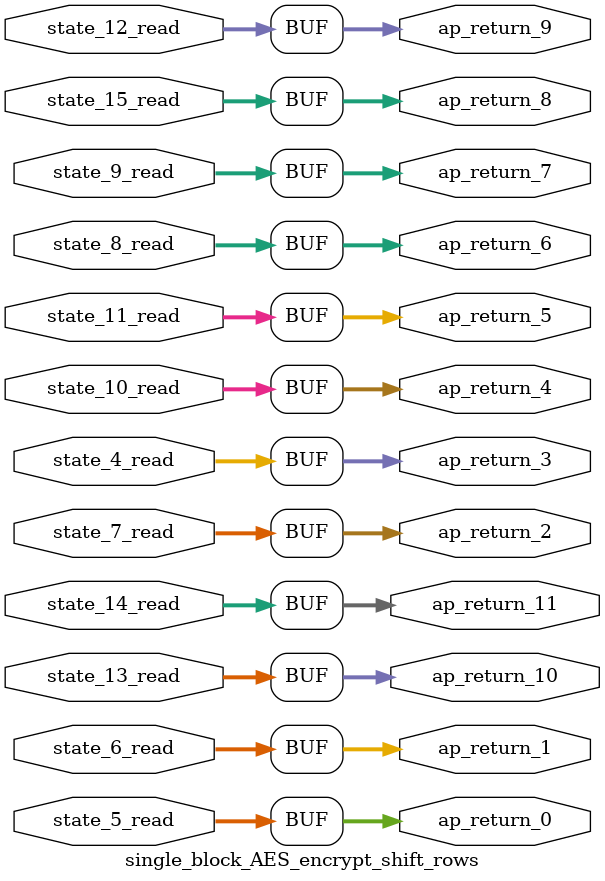
<source format=v>

`timescale 1 ns / 1 ps 

module single_block_AES_encrypt_shift_rows (
        state_4_read,
        state_5_read,
        state_6_read,
        state_7_read,
        state_8_read,
        state_9_read,
        state_10_read,
        state_11_read,
        state_12_read,
        state_13_read,
        state_14_read,
        state_15_read,
        ap_return_0,
        ap_return_1,
        ap_return_2,
        ap_return_3,
        ap_return_4,
        ap_return_5,
        ap_return_6,
        ap_return_7,
        ap_return_8,
        ap_return_9,
        ap_return_10,
        ap_return_11
);


input  [7:0] state_4_read;
input  [7:0] state_5_read;
input  [7:0] state_6_read;
input  [7:0] state_7_read;
input  [7:0] state_8_read;
input  [7:0] state_9_read;
input  [7:0] state_10_read;
input  [7:0] state_11_read;
input  [7:0] state_12_read;
input  [7:0] state_13_read;
input  [7:0] state_14_read;
input  [7:0] state_15_read;
output  [7:0] ap_return_0;
output  [7:0] ap_return_1;
output  [7:0] ap_return_2;
output  [7:0] ap_return_3;
output  [7:0] ap_return_4;
output  [7:0] ap_return_5;
output  [7:0] ap_return_6;
output  [7:0] ap_return_7;
output  [7:0] ap_return_8;
output  [7:0] ap_return_9;
output  [7:0] ap_return_10;
output  [7:0] ap_return_11;

assign ap_return_0 = state_5_read;

assign ap_return_1 = state_6_read;

assign ap_return_10 = state_13_read;

assign ap_return_11 = state_14_read;

assign ap_return_2 = state_7_read;

assign ap_return_3 = state_4_read;

assign ap_return_4 = state_10_read;

assign ap_return_5 = state_11_read;

assign ap_return_6 = state_8_read;

assign ap_return_7 = state_9_read;

assign ap_return_8 = state_15_read;

assign ap_return_9 = state_12_read;

endmodule //single_block_AES_encrypt_shift_rows

</source>
